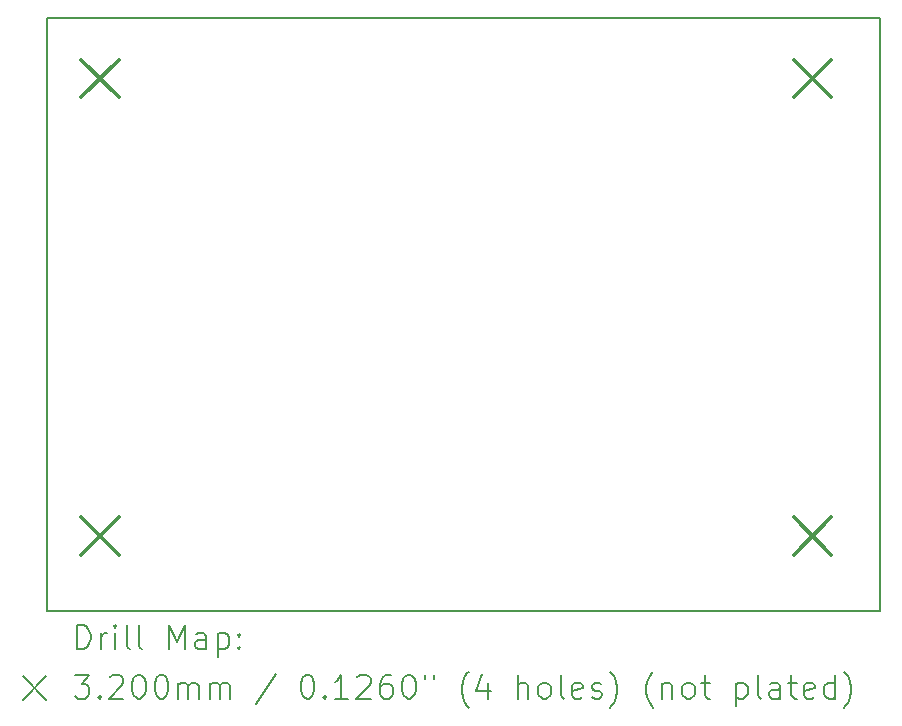
<source format=gbr>
%TF.GenerationSoftware,KiCad,Pcbnew,7.0.9*%
%TF.CreationDate,2024-02-06T23:46:42-08:00*%
%TF.ProjectId,AaronMotorDriver,4161726f-6e4d-46f7-946f-724472697665,rev?*%
%TF.SameCoordinates,Original*%
%TF.FileFunction,Drillmap*%
%TF.FilePolarity,Positive*%
%FSLAX45Y45*%
G04 Gerber Fmt 4.5, Leading zero omitted, Abs format (unit mm)*
G04 Created by KiCad (PCBNEW 7.0.9) date 2024-02-06 23:46:42*
%MOMM*%
%LPD*%
G01*
G04 APERTURE LIST*
%ADD10C,0.200000*%
%ADD11C,0.320000*%
G04 APERTURE END LIST*
D10*
X16700500Y-7112000D02*
X16700500Y-12128500D01*
X9652000Y-7112000D02*
X16700500Y-7112000D01*
X9652000Y-12128500D02*
X9652000Y-7112000D01*
X16700500Y-12128500D02*
X9652000Y-12128500D01*
D11*
X9936500Y-7460000D02*
X10256500Y-7780000D01*
X10256500Y-7460000D02*
X9936500Y-7780000D01*
X9936500Y-11333500D02*
X10256500Y-11653500D01*
X10256500Y-11333500D02*
X9936500Y-11653500D01*
X15969000Y-7460000D02*
X16289000Y-7780000D01*
X16289000Y-7460000D02*
X15969000Y-7780000D01*
X15969000Y-11333500D02*
X16289000Y-11653500D01*
X16289000Y-11333500D02*
X15969000Y-11653500D01*
D10*
X9902777Y-12449984D02*
X9902777Y-12249984D01*
X9902777Y-12249984D02*
X9950396Y-12249984D01*
X9950396Y-12249984D02*
X9978967Y-12259508D01*
X9978967Y-12259508D02*
X9998015Y-12278555D01*
X9998015Y-12278555D02*
X10007539Y-12297603D01*
X10007539Y-12297603D02*
X10017063Y-12335698D01*
X10017063Y-12335698D02*
X10017063Y-12364269D01*
X10017063Y-12364269D02*
X10007539Y-12402365D01*
X10007539Y-12402365D02*
X9998015Y-12421412D01*
X9998015Y-12421412D02*
X9978967Y-12440460D01*
X9978967Y-12440460D02*
X9950396Y-12449984D01*
X9950396Y-12449984D02*
X9902777Y-12449984D01*
X10102777Y-12449984D02*
X10102777Y-12316650D01*
X10102777Y-12354746D02*
X10112301Y-12335698D01*
X10112301Y-12335698D02*
X10121824Y-12326174D01*
X10121824Y-12326174D02*
X10140872Y-12316650D01*
X10140872Y-12316650D02*
X10159920Y-12316650D01*
X10226586Y-12449984D02*
X10226586Y-12316650D01*
X10226586Y-12249984D02*
X10217063Y-12259508D01*
X10217063Y-12259508D02*
X10226586Y-12269031D01*
X10226586Y-12269031D02*
X10236110Y-12259508D01*
X10236110Y-12259508D02*
X10226586Y-12249984D01*
X10226586Y-12249984D02*
X10226586Y-12269031D01*
X10350396Y-12449984D02*
X10331348Y-12440460D01*
X10331348Y-12440460D02*
X10321824Y-12421412D01*
X10321824Y-12421412D02*
X10321824Y-12249984D01*
X10455158Y-12449984D02*
X10436110Y-12440460D01*
X10436110Y-12440460D02*
X10426586Y-12421412D01*
X10426586Y-12421412D02*
X10426586Y-12249984D01*
X10683729Y-12449984D02*
X10683729Y-12249984D01*
X10683729Y-12249984D02*
X10750396Y-12392841D01*
X10750396Y-12392841D02*
X10817063Y-12249984D01*
X10817063Y-12249984D02*
X10817063Y-12449984D01*
X10998015Y-12449984D02*
X10998015Y-12345222D01*
X10998015Y-12345222D02*
X10988491Y-12326174D01*
X10988491Y-12326174D02*
X10969444Y-12316650D01*
X10969444Y-12316650D02*
X10931348Y-12316650D01*
X10931348Y-12316650D02*
X10912301Y-12326174D01*
X10998015Y-12440460D02*
X10978967Y-12449984D01*
X10978967Y-12449984D02*
X10931348Y-12449984D01*
X10931348Y-12449984D02*
X10912301Y-12440460D01*
X10912301Y-12440460D02*
X10902777Y-12421412D01*
X10902777Y-12421412D02*
X10902777Y-12402365D01*
X10902777Y-12402365D02*
X10912301Y-12383317D01*
X10912301Y-12383317D02*
X10931348Y-12373793D01*
X10931348Y-12373793D02*
X10978967Y-12373793D01*
X10978967Y-12373793D02*
X10998015Y-12364269D01*
X11093253Y-12316650D02*
X11093253Y-12516650D01*
X11093253Y-12326174D02*
X11112301Y-12316650D01*
X11112301Y-12316650D02*
X11150396Y-12316650D01*
X11150396Y-12316650D02*
X11169444Y-12326174D01*
X11169444Y-12326174D02*
X11178967Y-12335698D01*
X11178967Y-12335698D02*
X11188491Y-12354746D01*
X11188491Y-12354746D02*
X11188491Y-12411888D01*
X11188491Y-12411888D02*
X11178967Y-12430936D01*
X11178967Y-12430936D02*
X11169444Y-12440460D01*
X11169444Y-12440460D02*
X11150396Y-12449984D01*
X11150396Y-12449984D02*
X11112301Y-12449984D01*
X11112301Y-12449984D02*
X11093253Y-12440460D01*
X11274205Y-12430936D02*
X11283729Y-12440460D01*
X11283729Y-12440460D02*
X11274205Y-12449984D01*
X11274205Y-12449984D02*
X11264682Y-12440460D01*
X11264682Y-12440460D02*
X11274205Y-12430936D01*
X11274205Y-12430936D02*
X11274205Y-12449984D01*
X11274205Y-12326174D02*
X11283729Y-12335698D01*
X11283729Y-12335698D02*
X11274205Y-12345222D01*
X11274205Y-12345222D02*
X11264682Y-12335698D01*
X11264682Y-12335698D02*
X11274205Y-12326174D01*
X11274205Y-12326174D02*
X11274205Y-12345222D01*
X9442000Y-12678500D02*
X9642000Y-12878500D01*
X9642000Y-12678500D02*
X9442000Y-12878500D01*
X9883729Y-12669984D02*
X10007539Y-12669984D01*
X10007539Y-12669984D02*
X9940872Y-12746174D01*
X9940872Y-12746174D02*
X9969444Y-12746174D01*
X9969444Y-12746174D02*
X9988491Y-12755698D01*
X9988491Y-12755698D02*
X9998015Y-12765222D01*
X9998015Y-12765222D02*
X10007539Y-12784269D01*
X10007539Y-12784269D02*
X10007539Y-12831888D01*
X10007539Y-12831888D02*
X9998015Y-12850936D01*
X9998015Y-12850936D02*
X9988491Y-12860460D01*
X9988491Y-12860460D02*
X9969444Y-12869984D01*
X9969444Y-12869984D02*
X9912301Y-12869984D01*
X9912301Y-12869984D02*
X9893253Y-12860460D01*
X9893253Y-12860460D02*
X9883729Y-12850936D01*
X10093253Y-12850936D02*
X10102777Y-12860460D01*
X10102777Y-12860460D02*
X10093253Y-12869984D01*
X10093253Y-12869984D02*
X10083729Y-12860460D01*
X10083729Y-12860460D02*
X10093253Y-12850936D01*
X10093253Y-12850936D02*
X10093253Y-12869984D01*
X10178967Y-12689031D02*
X10188491Y-12679508D01*
X10188491Y-12679508D02*
X10207539Y-12669984D01*
X10207539Y-12669984D02*
X10255158Y-12669984D01*
X10255158Y-12669984D02*
X10274205Y-12679508D01*
X10274205Y-12679508D02*
X10283729Y-12689031D01*
X10283729Y-12689031D02*
X10293253Y-12708079D01*
X10293253Y-12708079D02*
X10293253Y-12727127D01*
X10293253Y-12727127D02*
X10283729Y-12755698D01*
X10283729Y-12755698D02*
X10169444Y-12869984D01*
X10169444Y-12869984D02*
X10293253Y-12869984D01*
X10417063Y-12669984D02*
X10436110Y-12669984D01*
X10436110Y-12669984D02*
X10455158Y-12679508D01*
X10455158Y-12679508D02*
X10464682Y-12689031D01*
X10464682Y-12689031D02*
X10474205Y-12708079D01*
X10474205Y-12708079D02*
X10483729Y-12746174D01*
X10483729Y-12746174D02*
X10483729Y-12793793D01*
X10483729Y-12793793D02*
X10474205Y-12831888D01*
X10474205Y-12831888D02*
X10464682Y-12850936D01*
X10464682Y-12850936D02*
X10455158Y-12860460D01*
X10455158Y-12860460D02*
X10436110Y-12869984D01*
X10436110Y-12869984D02*
X10417063Y-12869984D01*
X10417063Y-12869984D02*
X10398015Y-12860460D01*
X10398015Y-12860460D02*
X10388491Y-12850936D01*
X10388491Y-12850936D02*
X10378967Y-12831888D01*
X10378967Y-12831888D02*
X10369444Y-12793793D01*
X10369444Y-12793793D02*
X10369444Y-12746174D01*
X10369444Y-12746174D02*
X10378967Y-12708079D01*
X10378967Y-12708079D02*
X10388491Y-12689031D01*
X10388491Y-12689031D02*
X10398015Y-12679508D01*
X10398015Y-12679508D02*
X10417063Y-12669984D01*
X10607539Y-12669984D02*
X10626586Y-12669984D01*
X10626586Y-12669984D02*
X10645634Y-12679508D01*
X10645634Y-12679508D02*
X10655158Y-12689031D01*
X10655158Y-12689031D02*
X10664682Y-12708079D01*
X10664682Y-12708079D02*
X10674205Y-12746174D01*
X10674205Y-12746174D02*
X10674205Y-12793793D01*
X10674205Y-12793793D02*
X10664682Y-12831888D01*
X10664682Y-12831888D02*
X10655158Y-12850936D01*
X10655158Y-12850936D02*
X10645634Y-12860460D01*
X10645634Y-12860460D02*
X10626586Y-12869984D01*
X10626586Y-12869984D02*
X10607539Y-12869984D01*
X10607539Y-12869984D02*
X10588491Y-12860460D01*
X10588491Y-12860460D02*
X10578967Y-12850936D01*
X10578967Y-12850936D02*
X10569444Y-12831888D01*
X10569444Y-12831888D02*
X10559920Y-12793793D01*
X10559920Y-12793793D02*
X10559920Y-12746174D01*
X10559920Y-12746174D02*
X10569444Y-12708079D01*
X10569444Y-12708079D02*
X10578967Y-12689031D01*
X10578967Y-12689031D02*
X10588491Y-12679508D01*
X10588491Y-12679508D02*
X10607539Y-12669984D01*
X10759920Y-12869984D02*
X10759920Y-12736650D01*
X10759920Y-12755698D02*
X10769444Y-12746174D01*
X10769444Y-12746174D02*
X10788491Y-12736650D01*
X10788491Y-12736650D02*
X10817063Y-12736650D01*
X10817063Y-12736650D02*
X10836110Y-12746174D01*
X10836110Y-12746174D02*
X10845634Y-12765222D01*
X10845634Y-12765222D02*
X10845634Y-12869984D01*
X10845634Y-12765222D02*
X10855158Y-12746174D01*
X10855158Y-12746174D02*
X10874205Y-12736650D01*
X10874205Y-12736650D02*
X10902777Y-12736650D01*
X10902777Y-12736650D02*
X10921825Y-12746174D01*
X10921825Y-12746174D02*
X10931348Y-12765222D01*
X10931348Y-12765222D02*
X10931348Y-12869984D01*
X11026586Y-12869984D02*
X11026586Y-12736650D01*
X11026586Y-12755698D02*
X11036110Y-12746174D01*
X11036110Y-12746174D02*
X11055158Y-12736650D01*
X11055158Y-12736650D02*
X11083729Y-12736650D01*
X11083729Y-12736650D02*
X11102777Y-12746174D01*
X11102777Y-12746174D02*
X11112301Y-12765222D01*
X11112301Y-12765222D02*
X11112301Y-12869984D01*
X11112301Y-12765222D02*
X11121825Y-12746174D01*
X11121825Y-12746174D02*
X11140872Y-12736650D01*
X11140872Y-12736650D02*
X11169444Y-12736650D01*
X11169444Y-12736650D02*
X11188491Y-12746174D01*
X11188491Y-12746174D02*
X11198015Y-12765222D01*
X11198015Y-12765222D02*
X11198015Y-12869984D01*
X11588491Y-12660460D02*
X11417063Y-12917603D01*
X11845634Y-12669984D02*
X11864682Y-12669984D01*
X11864682Y-12669984D02*
X11883729Y-12679508D01*
X11883729Y-12679508D02*
X11893253Y-12689031D01*
X11893253Y-12689031D02*
X11902777Y-12708079D01*
X11902777Y-12708079D02*
X11912301Y-12746174D01*
X11912301Y-12746174D02*
X11912301Y-12793793D01*
X11912301Y-12793793D02*
X11902777Y-12831888D01*
X11902777Y-12831888D02*
X11893253Y-12850936D01*
X11893253Y-12850936D02*
X11883729Y-12860460D01*
X11883729Y-12860460D02*
X11864682Y-12869984D01*
X11864682Y-12869984D02*
X11845634Y-12869984D01*
X11845634Y-12869984D02*
X11826586Y-12860460D01*
X11826586Y-12860460D02*
X11817063Y-12850936D01*
X11817063Y-12850936D02*
X11807539Y-12831888D01*
X11807539Y-12831888D02*
X11798015Y-12793793D01*
X11798015Y-12793793D02*
X11798015Y-12746174D01*
X11798015Y-12746174D02*
X11807539Y-12708079D01*
X11807539Y-12708079D02*
X11817063Y-12689031D01*
X11817063Y-12689031D02*
X11826586Y-12679508D01*
X11826586Y-12679508D02*
X11845634Y-12669984D01*
X11998015Y-12850936D02*
X12007539Y-12860460D01*
X12007539Y-12860460D02*
X11998015Y-12869984D01*
X11998015Y-12869984D02*
X11988491Y-12860460D01*
X11988491Y-12860460D02*
X11998015Y-12850936D01*
X11998015Y-12850936D02*
X11998015Y-12869984D01*
X12198015Y-12869984D02*
X12083729Y-12869984D01*
X12140872Y-12869984D02*
X12140872Y-12669984D01*
X12140872Y-12669984D02*
X12121825Y-12698555D01*
X12121825Y-12698555D02*
X12102777Y-12717603D01*
X12102777Y-12717603D02*
X12083729Y-12727127D01*
X12274206Y-12689031D02*
X12283729Y-12679508D01*
X12283729Y-12679508D02*
X12302777Y-12669984D01*
X12302777Y-12669984D02*
X12350396Y-12669984D01*
X12350396Y-12669984D02*
X12369444Y-12679508D01*
X12369444Y-12679508D02*
X12378967Y-12689031D01*
X12378967Y-12689031D02*
X12388491Y-12708079D01*
X12388491Y-12708079D02*
X12388491Y-12727127D01*
X12388491Y-12727127D02*
X12378967Y-12755698D01*
X12378967Y-12755698D02*
X12264682Y-12869984D01*
X12264682Y-12869984D02*
X12388491Y-12869984D01*
X12559920Y-12669984D02*
X12521825Y-12669984D01*
X12521825Y-12669984D02*
X12502777Y-12679508D01*
X12502777Y-12679508D02*
X12493253Y-12689031D01*
X12493253Y-12689031D02*
X12474206Y-12717603D01*
X12474206Y-12717603D02*
X12464682Y-12755698D01*
X12464682Y-12755698D02*
X12464682Y-12831888D01*
X12464682Y-12831888D02*
X12474206Y-12850936D01*
X12474206Y-12850936D02*
X12483729Y-12860460D01*
X12483729Y-12860460D02*
X12502777Y-12869984D01*
X12502777Y-12869984D02*
X12540872Y-12869984D01*
X12540872Y-12869984D02*
X12559920Y-12860460D01*
X12559920Y-12860460D02*
X12569444Y-12850936D01*
X12569444Y-12850936D02*
X12578967Y-12831888D01*
X12578967Y-12831888D02*
X12578967Y-12784269D01*
X12578967Y-12784269D02*
X12569444Y-12765222D01*
X12569444Y-12765222D02*
X12559920Y-12755698D01*
X12559920Y-12755698D02*
X12540872Y-12746174D01*
X12540872Y-12746174D02*
X12502777Y-12746174D01*
X12502777Y-12746174D02*
X12483729Y-12755698D01*
X12483729Y-12755698D02*
X12474206Y-12765222D01*
X12474206Y-12765222D02*
X12464682Y-12784269D01*
X12702777Y-12669984D02*
X12721825Y-12669984D01*
X12721825Y-12669984D02*
X12740872Y-12679508D01*
X12740872Y-12679508D02*
X12750396Y-12689031D01*
X12750396Y-12689031D02*
X12759920Y-12708079D01*
X12759920Y-12708079D02*
X12769444Y-12746174D01*
X12769444Y-12746174D02*
X12769444Y-12793793D01*
X12769444Y-12793793D02*
X12759920Y-12831888D01*
X12759920Y-12831888D02*
X12750396Y-12850936D01*
X12750396Y-12850936D02*
X12740872Y-12860460D01*
X12740872Y-12860460D02*
X12721825Y-12869984D01*
X12721825Y-12869984D02*
X12702777Y-12869984D01*
X12702777Y-12869984D02*
X12683729Y-12860460D01*
X12683729Y-12860460D02*
X12674206Y-12850936D01*
X12674206Y-12850936D02*
X12664682Y-12831888D01*
X12664682Y-12831888D02*
X12655158Y-12793793D01*
X12655158Y-12793793D02*
X12655158Y-12746174D01*
X12655158Y-12746174D02*
X12664682Y-12708079D01*
X12664682Y-12708079D02*
X12674206Y-12689031D01*
X12674206Y-12689031D02*
X12683729Y-12679508D01*
X12683729Y-12679508D02*
X12702777Y-12669984D01*
X12845634Y-12669984D02*
X12845634Y-12708079D01*
X12921825Y-12669984D02*
X12921825Y-12708079D01*
X13217063Y-12946174D02*
X13207539Y-12936650D01*
X13207539Y-12936650D02*
X13188491Y-12908079D01*
X13188491Y-12908079D02*
X13178968Y-12889031D01*
X13178968Y-12889031D02*
X13169444Y-12860460D01*
X13169444Y-12860460D02*
X13159920Y-12812841D01*
X13159920Y-12812841D02*
X13159920Y-12774746D01*
X13159920Y-12774746D02*
X13169444Y-12727127D01*
X13169444Y-12727127D02*
X13178968Y-12698555D01*
X13178968Y-12698555D02*
X13188491Y-12679508D01*
X13188491Y-12679508D02*
X13207539Y-12650936D01*
X13207539Y-12650936D02*
X13217063Y-12641412D01*
X13378968Y-12736650D02*
X13378968Y-12869984D01*
X13331348Y-12660460D02*
X13283729Y-12803317D01*
X13283729Y-12803317D02*
X13407539Y-12803317D01*
X13636110Y-12869984D02*
X13636110Y-12669984D01*
X13721825Y-12869984D02*
X13721825Y-12765222D01*
X13721825Y-12765222D02*
X13712301Y-12746174D01*
X13712301Y-12746174D02*
X13693253Y-12736650D01*
X13693253Y-12736650D02*
X13664682Y-12736650D01*
X13664682Y-12736650D02*
X13645634Y-12746174D01*
X13645634Y-12746174D02*
X13636110Y-12755698D01*
X13845634Y-12869984D02*
X13826587Y-12860460D01*
X13826587Y-12860460D02*
X13817063Y-12850936D01*
X13817063Y-12850936D02*
X13807539Y-12831888D01*
X13807539Y-12831888D02*
X13807539Y-12774746D01*
X13807539Y-12774746D02*
X13817063Y-12755698D01*
X13817063Y-12755698D02*
X13826587Y-12746174D01*
X13826587Y-12746174D02*
X13845634Y-12736650D01*
X13845634Y-12736650D02*
X13874206Y-12736650D01*
X13874206Y-12736650D02*
X13893253Y-12746174D01*
X13893253Y-12746174D02*
X13902777Y-12755698D01*
X13902777Y-12755698D02*
X13912301Y-12774746D01*
X13912301Y-12774746D02*
X13912301Y-12831888D01*
X13912301Y-12831888D02*
X13902777Y-12850936D01*
X13902777Y-12850936D02*
X13893253Y-12860460D01*
X13893253Y-12860460D02*
X13874206Y-12869984D01*
X13874206Y-12869984D02*
X13845634Y-12869984D01*
X14026587Y-12869984D02*
X14007539Y-12860460D01*
X14007539Y-12860460D02*
X13998015Y-12841412D01*
X13998015Y-12841412D02*
X13998015Y-12669984D01*
X14178968Y-12860460D02*
X14159920Y-12869984D01*
X14159920Y-12869984D02*
X14121825Y-12869984D01*
X14121825Y-12869984D02*
X14102777Y-12860460D01*
X14102777Y-12860460D02*
X14093253Y-12841412D01*
X14093253Y-12841412D02*
X14093253Y-12765222D01*
X14093253Y-12765222D02*
X14102777Y-12746174D01*
X14102777Y-12746174D02*
X14121825Y-12736650D01*
X14121825Y-12736650D02*
X14159920Y-12736650D01*
X14159920Y-12736650D02*
X14178968Y-12746174D01*
X14178968Y-12746174D02*
X14188491Y-12765222D01*
X14188491Y-12765222D02*
X14188491Y-12784269D01*
X14188491Y-12784269D02*
X14093253Y-12803317D01*
X14264682Y-12860460D02*
X14283730Y-12869984D01*
X14283730Y-12869984D02*
X14321825Y-12869984D01*
X14321825Y-12869984D02*
X14340872Y-12860460D01*
X14340872Y-12860460D02*
X14350396Y-12841412D01*
X14350396Y-12841412D02*
X14350396Y-12831888D01*
X14350396Y-12831888D02*
X14340872Y-12812841D01*
X14340872Y-12812841D02*
X14321825Y-12803317D01*
X14321825Y-12803317D02*
X14293253Y-12803317D01*
X14293253Y-12803317D02*
X14274206Y-12793793D01*
X14274206Y-12793793D02*
X14264682Y-12774746D01*
X14264682Y-12774746D02*
X14264682Y-12765222D01*
X14264682Y-12765222D02*
X14274206Y-12746174D01*
X14274206Y-12746174D02*
X14293253Y-12736650D01*
X14293253Y-12736650D02*
X14321825Y-12736650D01*
X14321825Y-12736650D02*
X14340872Y-12746174D01*
X14417063Y-12946174D02*
X14426587Y-12936650D01*
X14426587Y-12936650D02*
X14445634Y-12908079D01*
X14445634Y-12908079D02*
X14455158Y-12889031D01*
X14455158Y-12889031D02*
X14464682Y-12860460D01*
X14464682Y-12860460D02*
X14474206Y-12812841D01*
X14474206Y-12812841D02*
X14474206Y-12774746D01*
X14474206Y-12774746D02*
X14464682Y-12727127D01*
X14464682Y-12727127D02*
X14455158Y-12698555D01*
X14455158Y-12698555D02*
X14445634Y-12679508D01*
X14445634Y-12679508D02*
X14426587Y-12650936D01*
X14426587Y-12650936D02*
X14417063Y-12641412D01*
X14778968Y-12946174D02*
X14769444Y-12936650D01*
X14769444Y-12936650D02*
X14750396Y-12908079D01*
X14750396Y-12908079D02*
X14740872Y-12889031D01*
X14740872Y-12889031D02*
X14731349Y-12860460D01*
X14731349Y-12860460D02*
X14721825Y-12812841D01*
X14721825Y-12812841D02*
X14721825Y-12774746D01*
X14721825Y-12774746D02*
X14731349Y-12727127D01*
X14731349Y-12727127D02*
X14740872Y-12698555D01*
X14740872Y-12698555D02*
X14750396Y-12679508D01*
X14750396Y-12679508D02*
X14769444Y-12650936D01*
X14769444Y-12650936D02*
X14778968Y-12641412D01*
X14855158Y-12736650D02*
X14855158Y-12869984D01*
X14855158Y-12755698D02*
X14864682Y-12746174D01*
X14864682Y-12746174D02*
X14883730Y-12736650D01*
X14883730Y-12736650D02*
X14912301Y-12736650D01*
X14912301Y-12736650D02*
X14931349Y-12746174D01*
X14931349Y-12746174D02*
X14940872Y-12765222D01*
X14940872Y-12765222D02*
X14940872Y-12869984D01*
X15064682Y-12869984D02*
X15045634Y-12860460D01*
X15045634Y-12860460D02*
X15036111Y-12850936D01*
X15036111Y-12850936D02*
X15026587Y-12831888D01*
X15026587Y-12831888D02*
X15026587Y-12774746D01*
X15026587Y-12774746D02*
X15036111Y-12755698D01*
X15036111Y-12755698D02*
X15045634Y-12746174D01*
X15045634Y-12746174D02*
X15064682Y-12736650D01*
X15064682Y-12736650D02*
X15093253Y-12736650D01*
X15093253Y-12736650D02*
X15112301Y-12746174D01*
X15112301Y-12746174D02*
X15121825Y-12755698D01*
X15121825Y-12755698D02*
X15131349Y-12774746D01*
X15131349Y-12774746D02*
X15131349Y-12831888D01*
X15131349Y-12831888D02*
X15121825Y-12850936D01*
X15121825Y-12850936D02*
X15112301Y-12860460D01*
X15112301Y-12860460D02*
X15093253Y-12869984D01*
X15093253Y-12869984D02*
X15064682Y-12869984D01*
X15188492Y-12736650D02*
X15264682Y-12736650D01*
X15217063Y-12669984D02*
X15217063Y-12841412D01*
X15217063Y-12841412D02*
X15226587Y-12860460D01*
X15226587Y-12860460D02*
X15245634Y-12869984D01*
X15245634Y-12869984D02*
X15264682Y-12869984D01*
X15483730Y-12736650D02*
X15483730Y-12936650D01*
X15483730Y-12746174D02*
X15502777Y-12736650D01*
X15502777Y-12736650D02*
X15540873Y-12736650D01*
X15540873Y-12736650D02*
X15559920Y-12746174D01*
X15559920Y-12746174D02*
X15569444Y-12755698D01*
X15569444Y-12755698D02*
X15578968Y-12774746D01*
X15578968Y-12774746D02*
X15578968Y-12831888D01*
X15578968Y-12831888D02*
X15569444Y-12850936D01*
X15569444Y-12850936D02*
X15559920Y-12860460D01*
X15559920Y-12860460D02*
X15540873Y-12869984D01*
X15540873Y-12869984D02*
X15502777Y-12869984D01*
X15502777Y-12869984D02*
X15483730Y-12860460D01*
X15693253Y-12869984D02*
X15674206Y-12860460D01*
X15674206Y-12860460D02*
X15664682Y-12841412D01*
X15664682Y-12841412D02*
X15664682Y-12669984D01*
X15855158Y-12869984D02*
X15855158Y-12765222D01*
X15855158Y-12765222D02*
X15845634Y-12746174D01*
X15845634Y-12746174D02*
X15826587Y-12736650D01*
X15826587Y-12736650D02*
X15788492Y-12736650D01*
X15788492Y-12736650D02*
X15769444Y-12746174D01*
X15855158Y-12860460D02*
X15836111Y-12869984D01*
X15836111Y-12869984D02*
X15788492Y-12869984D01*
X15788492Y-12869984D02*
X15769444Y-12860460D01*
X15769444Y-12860460D02*
X15759920Y-12841412D01*
X15759920Y-12841412D02*
X15759920Y-12822365D01*
X15759920Y-12822365D02*
X15769444Y-12803317D01*
X15769444Y-12803317D02*
X15788492Y-12793793D01*
X15788492Y-12793793D02*
X15836111Y-12793793D01*
X15836111Y-12793793D02*
X15855158Y-12784269D01*
X15921825Y-12736650D02*
X15998015Y-12736650D01*
X15950396Y-12669984D02*
X15950396Y-12841412D01*
X15950396Y-12841412D02*
X15959920Y-12860460D01*
X15959920Y-12860460D02*
X15978968Y-12869984D01*
X15978968Y-12869984D02*
X15998015Y-12869984D01*
X16140873Y-12860460D02*
X16121825Y-12869984D01*
X16121825Y-12869984D02*
X16083730Y-12869984D01*
X16083730Y-12869984D02*
X16064682Y-12860460D01*
X16064682Y-12860460D02*
X16055158Y-12841412D01*
X16055158Y-12841412D02*
X16055158Y-12765222D01*
X16055158Y-12765222D02*
X16064682Y-12746174D01*
X16064682Y-12746174D02*
X16083730Y-12736650D01*
X16083730Y-12736650D02*
X16121825Y-12736650D01*
X16121825Y-12736650D02*
X16140873Y-12746174D01*
X16140873Y-12746174D02*
X16150396Y-12765222D01*
X16150396Y-12765222D02*
X16150396Y-12784269D01*
X16150396Y-12784269D02*
X16055158Y-12803317D01*
X16321825Y-12869984D02*
X16321825Y-12669984D01*
X16321825Y-12860460D02*
X16302777Y-12869984D01*
X16302777Y-12869984D02*
X16264682Y-12869984D01*
X16264682Y-12869984D02*
X16245634Y-12860460D01*
X16245634Y-12860460D02*
X16236111Y-12850936D01*
X16236111Y-12850936D02*
X16226587Y-12831888D01*
X16226587Y-12831888D02*
X16226587Y-12774746D01*
X16226587Y-12774746D02*
X16236111Y-12755698D01*
X16236111Y-12755698D02*
X16245634Y-12746174D01*
X16245634Y-12746174D02*
X16264682Y-12736650D01*
X16264682Y-12736650D02*
X16302777Y-12736650D01*
X16302777Y-12736650D02*
X16321825Y-12746174D01*
X16398015Y-12946174D02*
X16407539Y-12936650D01*
X16407539Y-12936650D02*
X16426587Y-12908079D01*
X16426587Y-12908079D02*
X16436111Y-12889031D01*
X16436111Y-12889031D02*
X16445634Y-12860460D01*
X16445634Y-12860460D02*
X16455158Y-12812841D01*
X16455158Y-12812841D02*
X16455158Y-12774746D01*
X16455158Y-12774746D02*
X16445634Y-12727127D01*
X16445634Y-12727127D02*
X16436111Y-12698555D01*
X16436111Y-12698555D02*
X16426587Y-12679508D01*
X16426587Y-12679508D02*
X16407539Y-12650936D01*
X16407539Y-12650936D02*
X16398015Y-12641412D01*
M02*

</source>
